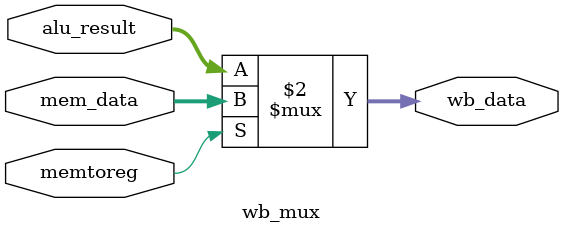
<source format=v>
`timescale 1ns/1ps
(* keep_hierarchy = "yes" *)
module cpu_top (
  input wire clk,
  input wire rst,
output wire [31:0] dbg_pc,
output wire [31:0] dbg_instr,
output wire [31:0] dbg_alu,
output wire [31:0] dbg_wb,
output wire [4:0]  dbg_wb_rd,
output wire        dbg_wb_we,
output wire        dbg_memread,
output wire        dbg_memwrite,
output wire [31:0] dbg_mem_addr

);

  /* IF */
  wire [31:0] if_pc, if_pc4, if_instr, pc_next;
  wire if_stall, if_flush;
// Register specifiers
wire [4:0] id_rs;
wire [4:0] id_rt;
wire [4:0] id_rd;
// ID stage data
wire [31:0] id_rs_data;
wire [31:0] id_rt_data;
wire [31:0] id_imm;
// Register file read data
wire [31:0] rf_rs_data;
wire [31:0] rf_rt_data;

  /* ID */
  wire [31:0] id_pc4, id_instr;
  wire id_branch_taken;

  wire ctrl_regwrite, ctrl_memread, ctrl_memwrite;
  wire ctrl_memtoreg, ctrl_alusrc, ctrl_branch, ctrl_regdst;
  wire [3:0] ctrl_aluop;

  /* EX */
  wire ex_regwrite, ex_memread, ex_memwrite, ex_memtoreg;
  wire ex_alusrc, ex_regdst;
  wire [3:0] ex_aluop;
  wire [31:0] ex_rs_data, ex_rt_data, ex_imm;
  wire [4:0] ex_rs, ex_rt, ex_rd;

  wire [1:0] fwd_a, fwd_b;
  wire [31:0] alu_in1, alu_in2, alu_b_pre;
  wire [31:0] alu_result;
  wire alu_zero;
  wire [4:0] write_reg_ex;

  /* MEM */
  wire mem_regwrite, mem_memread, mem_memwrite, mem_memtoreg;
  wire [31:0] mem_alu_result, mem_rt_data, mem_read_data;
  wire [4:0] mem_rd;
  // Correct forwarding data from MEM stage
  wire [31:0] mem_forward_data;
  assign mem_forward_data =
      mem_memtoreg ? mem_read_data : mem_alu_result;

  /* WB */
  wire wb_regwrite, wb_memtoreg;
  wire [31:0] wb_alu_result, wb_read_data, wb_data;
  wire [4:0] wb_rd;

  /* PC logic */
  assign pc_next = id_branch_taken ? (id_pc4 + id_imm) : if_pc4;
  assign if_flush = id_branch_taken;
assign id_rs_data = rf_rs_data;
assign id_rt_data = rf_rt_data;
assign dbg_pc       = if_pc;
assign dbg_instr    = if_instr;

assign dbg_alu      = alu_result;

assign dbg_wb       = wb_data;
assign dbg_wb_rd    = wb_rd;
assign dbg_wb_we    = wb_regwrite;

assign dbg_memread  = mem_memread;
assign dbg_memwrite = mem_memwrite;
assign dbg_mem_addr = mem_alu_result;
(* keep *) wire [31:0] if_pc;
(* keep *) wire [31:0] if_instr;
(* keep *) wire [31:0] alu_result;
(* keep *) wire [31:0] wb_data;
(* keep *) wire [31:0] mem_alu_result;
(* keep *) wire        mem_memread;
(* keep *) wire        mem_memwrite;


  /* IF */
  if_stage IF (
    .clk(clk), .rst(rst),
    .stall(if_stall),
    .flush(if_flush),
    .pc_next(pc_next),
    .pc(if_pc),
    .pc4(if_pc4),
    .instr(if_instr)
  );

  if_id_reg IF_ID (
    .clk(clk), .rst(rst),
    .stall(if_stall),
    .flush(if_flush),
    .i_pc4(if_pc4),
    .i_instr(if_instr),
    .o_pc4(id_pc4),
    .o_instr(id_instr)
  );
regfile RF (
  .clk(clk),
  .rst(rst),
  .rs(id_rs),
  .rt(id_rt),
  .rd(wb_rd),
  .wd(wb_data),
  .we(wb_regwrite),
  .rs_data(rf_rs_data),
  .rt_data(rf_rt_data)
);



  /* ID */
id_stage ID (
  .instr(id_instr),
  .rs_data(id_rs_data),
  .rt_data(id_rt_data),
  .imm(id_imm),
  .branch_taken(id_branch_taken),

  .ctrl_regwrite(ctrl_regwrite),
  .ctrl_memread(ctrl_memread),
  .ctrl_memwrite(ctrl_memwrite),
  .ctrl_memtoreg(ctrl_memtoreg),
  .ctrl_alusrc(ctrl_alusrc),
  .ctrl_branch(ctrl_branch),
  .ctrl_regdst(ctrl_regdst),
  .ctrl_aluop(ctrl_aluop),

  .rs(id_rs),
  .rt(id_rt),
  .rd(id_rd)
);




hazard_unit HAZ (
  .id_ex_memread(ex_memread),
  .id_ex_regwrite(ex_regwrite),  // ✅
  .id_ex_rt(ex_rt),
  .if_id_rs(id_rs),
  .if_id_rt(id_rt),
  .stall(if_stall)
);


  id_ex_reg ID_EX (
    .clk(clk), .rst(rst), .stall(if_stall),
    .ctrl_regwrite(ctrl_regwrite),
    .ctrl_memread(ctrl_memread),
    .ctrl_memwrite(ctrl_memwrite),
    .ctrl_memtoreg(ctrl_memtoreg),
    .ctrl_alusrc(ctrl_alusrc),
    .ctrl_regdst(ctrl_regdst),
    .ctrl_aluop(ctrl_aluop),
    .rs_data(id_rs_data),
    .rt_data(id_rt_data),
    .imm(id_imm),
    .rs(id_rs), .rt(id_rt), .rd(id_rd),
    .ex_regwrite(ex_regwrite),
    .ex_memread(ex_memread),
    .ex_memwrite(ex_memwrite),
    .ex_memtoreg(ex_memtoreg),
    .ex_alusrc(ex_alusrc),
    .ex_regdst(ex_regdst),
    .ex_aluop(ex_aluop),
    .ex_rs_data(ex_rs_data),
    .ex_rt_data(ex_rt_data),
    .ex_imm(ex_imm),
    .ex_rs(ex_rs),
    .ex_rt(ex_rt),
    .ex_rd(ex_rd)
  );

  /* Forwarding */
  forwarding_unit FU (
    .ex_mem_regwrite(mem_regwrite),
    .mem_wb_regwrite(wb_regwrite),
    .ex_mem_rd(mem_rd),
    .mem_wb_rd(wb_rd),
    .id_ex_rs(ex_rs),
    .id_ex_rt(ex_rt),
    .forward_a(fwd_a),
    .forward_b(fwd_b)
  );

  assign alu_in1 =
    (fwd_a == 2'b10) ? mem_forward_data :
    (fwd_a == 2'b01) ? wb_data :
                       ex_rs_data;
//wire [31:0] store_data;
  assign alu_b_pre =
    (fwd_b == 2'b10) ? mem_forward_data :
    (fwd_b == 2'b01) ? wb_data :
                       ex_rt_data;


  assign alu_in2 = ex_alusrc ? ex_imm : alu_b_pre;

  alu ALU (.a(alu_in1), .b(alu_in2), .alu_ctrl(ex_aluop),
              .result(alu_result), .zero(alu_zero));

  assign write_reg_ex = ex_regdst ? ex_rd : ex_rt;

  ex_mem_reg EX_MEM (
    .clk(clk), .rst(rst),
    .ex_regwrite(ex_regwrite),
    .ex_memread(ex_memread),
    .ex_memwrite(ex_memwrite),
    .ex_memtoreg(ex_memtoreg),
    .alu_result(alu_result),
    .rt_data(alu_b_pre),
    .rd_in(write_reg_ex),
    .mem_regwrite(mem_regwrite),
    .mem_memread(mem_memread),
    .mem_memwrite(mem_memwrite),
    .mem_memtoreg(mem_memtoreg),
    .mem_alu_result(mem_alu_result),
    .mem_rt_data(mem_rt_data),
    .mem_rd(mem_rd)
  );

  data_mem DM (
    .clk(clk),
    .memread(mem_memread),
    .memwrite(mem_memwrite),
    .addr(mem_alu_result),
    .write_data(mem_rt_data),
    .read_data(mem_read_data)
  );

  mem_wb_reg MEM_WB (
    .clk(clk), .rst(rst),
    .mem_regwrite(mem_regwrite),
    .mem_memtoreg(mem_memtoreg),
    .mem_alu_result(mem_alu_result),
    .mem_read_data(mem_read_data),
    .mem_rd(mem_rd),
    .wb_regwrite(wb_regwrite),
    .wb_memtoreg(wb_memtoreg),
    .wb_alu_result(wb_alu_result),
    .wb_read_data(wb_read_data),
    .wb_rd(wb_rd)
  );

  wb_mux WB (
    .alu_result(wb_alu_result),
    .mem_data(wb_read_data),
    .memtoreg(wb_memtoreg),
    .wb_data(wb_data)
  );


endmodule
module data_mem (
  input  wire clk,
  input  wire memread,
  input  wire memwrite,
  input  wire [31:0] addr,
  input  wire [31:0] write_data,
  output reg  [31:0] read_data
);

reg [31:0] mem [0:1023];

// WRITE : synchronous
always @(posedge clk) begin
  if (memwrite)
    mem[addr[11:2]] <= write_data;
end

// READ : combinational
always @(*) begin
  if (memread)
    read_data = mem[addr[11:2]];
  else
    read_data = 32'd0;
end
initial begin
  mem[0] = 32'd7;   // memory[0] = 7
end

endmodule

module ex_mem_reg (
  input  wire clk,
  input  wire rst,

  input  wire ex_regwrite,
  input  wire ex_memread,
  input  wire ex_memwrite,
  input  wire ex_memtoreg,

  input  wire [31:0] alu_result,
  input  wire [31:0] rt_data,
  input  wire [4:0]  rd_in,

  output reg  mem_regwrite,
  output reg  mem_memread,
  output reg  mem_memwrite,
  output reg  mem_memtoreg,
  output reg  [31:0] mem_alu_result,
  output reg  [31:0] mem_rt_data,
  output reg  [4:0]  mem_rd
);

always @(posedge clk or posedge rst) begin
  if (rst) begin
    mem_regwrite   <= 0;
    mem_memread    <= 0;
    mem_memwrite   <= 0;
    mem_memtoreg   <= 0;
    mem_alu_result <= 0;
    mem_rt_data    <= 0;
    mem_rd         <= 0;
  end else begin
    mem_regwrite   <= ex_regwrite;
    mem_memread    <= ex_memread;
    mem_memwrite   <= ex_memwrite;
    mem_memtoreg   <= ex_memtoreg;
    mem_alu_result <= alu_result;
    mem_rt_data    <= rt_data;
    mem_rd         <= rd_in;
  end
end

endmodule
module forwarding_unit (
  input  wire ex_mem_regwrite,
  input  wire mem_wb_regwrite,
  input  wire [4:0] ex_mem_rd,
  input  wire [4:0] mem_wb_rd,
  input  wire [4:0] id_ex_rs,
  input  wire [4:0] id_ex_rt,
  output reg  [1:0] forward_a,
  output reg  [1:0] forward_b
);

always @(*) begin
  forward_a = 2'b00;
  forward_b = 2'b00;

  /* EX hazard */
  if (ex_mem_regwrite && (ex_mem_rd != 0) && (ex_mem_rd == id_ex_rs))
    forward_a = 2'b10;

  if (ex_mem_regwrite && (ex_mem_rd != 0) && (ex_mem_rd == id_ex_rt))
    forward_b = 2'b10;

  /* MEM hazard */
  if (mem_wb_regwrite && (mem_wb_rd != 0) &&
     !(ex_mem_regwrite && (ex_mem_rd != 0) && (ex_mem_rd == id_ex_rs)) &&
      (mem_wb_rd == id_ex_rs))
    forward_a = 2'b01;

  if (mem_wb_regwrite && (mem_wb_rd != 0) &&
     !(ex_mem_regwrite && (ex_mem_rd != 0) && (ex_mem_rd == id_ex_rt)) &&
      (mem_wb_rd == id_ex_rt))
    forward_b = 2'b01;
end

endmodule
module hazard_unit (
  input  wire id_ex_memread,
  input  wire id_ex_regwrite,   // from ID/EX
  input  wire [4:0] id_ex_rt,
  input  wire [4:0] if_id_rs,
  input  wire [4:0] if_id_rt,
  output reg  stall
);

always @(*) begin
  stall = 0;

  if (
      id_ex_memread &&
      (id_ex_rt != 0) &&
      ((id_ex_rt == if_id_rs) || (id_ex_rt == if_id_rt))
     )
    stall = 1;
end

endmodule
module id_ex_reg (
  input wire clk,
  input wire rst,
  input wire stall,

  input wire ctrl_regwrite,
  input wire ctrl_memread,
  input wire ctrl_memwrite,
  input wire ctrl_memtoreg,
  input wire ctrl_alusrc,
  input wire ctrl_regdst,
  input wire [3:0] ctrl_aluop,

  input wire [31:0] rs_data,
  input wire [31:0] rt_data,
  input wire [31:0] imm,
  input wire [4:0] rs,
  input wire [4:0] rt,
  input wire [4:0] rd,

  output reg ex_regwrite,
  output reg ex_memread,
  output reg ex_memwrite,
  output reg ex_memtoreg,
  output reg ex_alusrc,
  output reg ex_regdst,
  output reg [3:0] ex_aluop,

  output reg [31:0] ex_rs_data,
  output reg [31:0] ex_rt_data,
  output reg [31:0] ex_imm,
  output reg [4:0] ex_rs,
  output reg [4:0] ex_rt,
  output reg [4:0] ex_rd
);

always @(posedge clk or posedge rst) begin
  if (rst) begin
    ex_regwrite <= 0;
    ex_memread  <= 0;
    ex_memwrite <= 0;
    ex_memtoreg <= 0;
    ex_alusrc   <= 0;
    ex_regdst   <= 0;
    ex_aluop    <= 0;
    ex_rs_data  <= 0;
    ex_rt_data  <= 0;
    ex_imm      <= 0;
    ex_rs       <= 0;
    ex_rt       <= 0;
    ex_rd       <= 0;
  end else if (stall) begin
  ex_regwrite <= 0;
  ex_memread  <= 0;
  ex_memwrite <= 0;
  ex_memtoreg <= 0;
  ex_alusrc   <= 0;
  ex_regdst   <= 0;
  ex_aluop    <= 4'b0000;

  end else begin
    ex_regwrite <= ctrl_regwrite;
    ex_memread  <= ctrl_memread;
    ex_memwrite <= ctrl_memwrite;
    ex_memtoreg <= ctrl_memtoreg;
    ex_alusrc   <= ctrl_alusrc;
    ex_regdst   <= ctrl_regdst;
    ex_aluop    <= ctrl_aluop;
    ex_rs_data  <= rs_data;
    ex_rt_data  <= rt_data;
    ex_imm      <= imm;
    ex_rs       <= rs;
    ex_rt       <= rt;
    ex_rd       <= rd;
  end
end

endmodule
module id_stage (
  input  wire [31:0] instr,
  input  wire [31:0] rs_data,
  input  wire [31:0] rt_data,

  output wire [31:0] imm,
  output wire branch_taken,

  output wire ctrl_regwrite,
  output wire ctrl_memread,
  output wire ctrl_memwrite,
  output wire ctrl_memtoreg,
  output wire ctrl_alusrc,
  output wire ctrl_branch,
  output wire ctrl_regdst,
  output wire [3:0] ctrl_aluop,

  output wire [4:0] rs,
  output wire [4:0] rt,
  output wire [4:0] rd
);

assign rs = instr[25:21];
assign rt = instr[20:16];
assign rd = instr[15:11];

wire [5:0] opcode = instr[31:26];
wire [5:0] funct  = instr[5:0];

control_unit CU (
  .opcode(opcode),
  .funct(funct),
  .ctrl_regwrite(ctrl_regwrite),
  .ctrl_memread(ctrl_memread),
  .ctrl_memwrite(ctrl_memwrite),
  .ctrl_memtoreg(ctrl_memtoreg),
  .ctrl_alusrc(ctrl_alusrc),
  .ctrl_branch(ctrl_branch),
  .ctrl_regdst(ctrl_regdst),
  .ctrl_aluop(ctrl_aluop)
);

imm_gen IMM (
  .instr(instr),
  .imm(imm)
);

branch_unit BU (
  .rs_data(rs_data),
  .rt_data(rt_data),
  .is_branch(ctrl_branch),
  .taken(branch_taken)
);

endmodule
module if_id_reg (
  input  wire clk,
  input  wire rst,
  input  wire stall,
  input  wire flush,
  input  wire [31:0] i_pc4,
  input  wire [31:0] i_instr,
  output reg  [31:0] o_pc4,
  output reg  [31:0] o_instr
);

always @(posedge clk or posedge rst) begin
  if (rst) begin
    o_pc4   <= 32'd0;
    o_instr <= 32'd0;
  end else if (!stall) begin
    o_pc4   <= i_pc4;
    o_instr <= flush ? 32'd0 : i_instr;
  end
end

endmodule
module if_stage (
  input  wire clk,
  input  wire rst,
  input  wire stall,
  input  wire flush,
  input  wire [31:0] pc_next,
  output wire [31:0] pc,
  output wire [31:0] pc4,
  output wire [31:0] instr
);

  pc PC (
    .clk(clk),
    .rst(rst),
    .stall(stall),
    .pc_next(pc_next),
    .pc(pc)
  );

  assign pc4 = pc + 32'd4;

  instr_mem IMEM (
    .clk(clk),
    .addr(pc),
    .instr(instr)
  );

endmodule
module imm_gen (
  input  wire [31:0] instr,
  output reg  [31:0] imm
);

wire [5:0] opcode = instr[31:26];

always @(*) begin
  case (opcode)
    6'b001000,
    6'b100011,
    6'b101011:
      imm = {{16{instr[15]}}, instr[15:0]};

    6'b000100:
      imm = {{14{instr[15]}}, instr[15:0], 2'b00};

    default:
      imm = 32'd0;
  endcase
end

endmodule
module instr_mem (
  input  wire clk,
  input  wire [31:0] addr,
  output reg  [31:0] instr
);

reg [31:0] mem [0:1023];
initial begin
  // ===== STAGE 2.4 : LOAD-USE HAZARD =====
  // Assume data memory at address 0 contains 7

  // lw  r1, 0(r0)
  mem[0] = 32'b100011_00000_00001_0000000000000000;

  // add r2, r1, r1   ; must STALL
  mem[1] = 32'b000000_00001_00001_00010_00000_100000;

  // nop
  mem[2] = 32'b000000_00000_00000_00000_00000_000000;
end

always @(posedge clk)
  instr <= mem[addr[11:2]];  // word aligned

endmodule
module mem_wb_reg (
  input  wire clk,
  input  wire rst,

  input  wire mem_regwrite,
  input  wire mem_memtoreg,
  input  wire [31:0] mem_alu_result,
  input  wire [31:0] mem_read_data,
  input  wire [4:0]  mem_rd,

  output reg  wb_regwrite,
  output reg  wb_memtoreg,
  output reg  [31:0] wb_alu_result,
  output reg  [31:0] wb_read_data,
  output reg  [4:0]  wb_rd
);

always @(posedge clk or posedge rst) begin
  if (rst) begin
    wb_regwrite   <= 0;
    wb_memtoreg   <= 0;
    wb_alu_result <= 0;
    wb_read_data  <= 0;
    wb_rd         <= 0;
  end else begin
    wb_regwrite   <= mem_regwrite;
    wb_memtoreg   <= mem_memtoreg;
    wb_alu_result <= mem_alu_result;
    wb_read_data  <= mem_read_data;
    wb_rd         <= mem_rd;
  end
end

endmodule
module mux2 #(
  parameter WIDTH = 32
)(
  input  wire [WIDTH-1:0] a,
  input  wire [WIDTH-1:0] b,
  input  wire sel,
  output wire [WIDTH-1:0] y
);

assign y = sel ? b : a;

endmodule
module mux3 #(
  parameter WIDTH = 32
)(
  input  wire [WIDTH-1:0] a,
  input  wire [WIDTH-1:0] b,
  input  wire [WIDTH-1:0] c,
  input  wire [1:0] sel,
  output wire [WIDTH-1:0] y
);

assign y = (sel == 2'b00) ? a :
           (sel == 2'b01) ? b :
           (sel == 2'b10) ? c : a;

endmodule
module pc (
  input  wire clk,
  input  wire rst,
  input  wire stall,
  input  wire [31:0] pc_next,
  output reg  [31:0] pc
);

always @(posedge clk or posedge rst) begin
  if (rst)
    pc <= 32'd0;
  else if (!stall)
    pc <= pc_next;
end

endmodule
module regfile (
  input  wire clk,
  input  wire rst,
  input  wire [4:0] rs,
  input  wire [4:0] rt,
  input  wire [4:0] rd,
  input  wire [31:0] wd,
  input  wire we,
  output reg  [31:0] rs_data,
  output reg  [31:0] rt_data
);

reg [31:0] regs [0:31];
integer i;

always @(*) begin
  rs_data = (rs != 0) ? regs[rs] : 32'd0;
  rt_data = (rt != 0) ? regs[rt] : 32'd0;
end

always @(posedge clk) begin
  if (rst)
    for (i=0;i<32;i=i+1) regs[i] <= 32'd0;
  else if (we && rd != 0)
    regs[rd] <= wd;
end

endmodule
module control_unit (
  input  wire [5:0] opcode,
  input  wire [5:0] funct,

  output reg ctrl_regwrite,
  output reg ctrl_memread,
  output reg ctrl_memwrite,
  output reg ctrl_memtoreg,
  output reg ctrl_alusrc,
  output reg ctrl_branch,
  output reg ctrl_regdst,
  output reg [3:0] ctrl_aluop
);

localparam OP_RTYPE = 6'b000000;
localparam OP_LW    = 6'b100011;
localparam OP_SW    = 6'b101011;
localparam OP_BEQ   = 6'b000100;
localparam OP_ADDI  = 6'b001000;

always @(*) begin
  ctrl_regwrite = 0;
  ctrl_memread  = 0;
  ctrl_memwrite = 0;
  ctrl_memtoreg = 0;
  ctrl_alusrc   = 0;
  ctrl_branch   = 0;
  ctrl_regdst   = 0;
  ctrl_aluop    = 4'b0000;

  case (opcode)
    OP_RTYPE: begin
      ctrl_regwrite = 1;
      ctrl_regdst   = 1;
      case (funct)
        6'b100000: ctrl_aluop = 4'b0000; // ADD
        6'b100010: ctrl_aluop = 4'b0001; // SUB
        6'b100100: ctrl_aluop = 4'b0010; // AND
        6'b100101: ctrl_aluop = 4'b0011; // OR
        6'b101010: ctrl_aluop = 4'b0100; // SLT
        default:   ctrl_aluop = 4'b0000;
      endcase
    end

    OP_LW: begin
      ctrl_regwrite = 1;
      ctrl_memread  = 1;
      ctrl_memtoreg = 1;
      ctrl_alusrc   = 1;
    end

    OP_SW: begin
      ctrl_memwrite = 1;
      ctrl_alusrc   = 1;
    end

    OP_BEQ: begin
      ctrl_branch = 1;
      ctrl_aluop  = 4'b0001;
    end

    OP_ADDI: begin
      ctrl_regwrite = 1;
      ctrl_alusrc   = 1;
      ctrl_aluop    = 4'b0000;
    end
  endcase
end

endmodule
module branch_unit (
  input  wire [31:0] rs_data,
  input  wire [31:0] rt_data,
  input  wire is_branch,
  output wire taken
);

assign taken = is_branch && (rs_data == rt_data);

endmodule
module alu (
  input  wire [31:0] a,
  input  wire [31:0] b,
  input  wire [3:0]  alu_ctrl,
  output reg  [31:0] result,
  output wire zero
);

assign zero = (result == 32'd0);

always @(*) begin
  result = 32'd0;
  case (alu_ctrl)
    4'b0000: result = a + b;               // ADD
    4'b0001: result = a - b;               // SUB
    4'b0010: result = a & b;               // AND
    4'b0011: result = a | b;               // OR
    4'b0100: result = (a < b) ? 32'd1 : 0; // SLT
    default: result = 32'd0;
  endcase
end

endmodule
module wb_mux (
  input  wire [31:0] alu_result,
  input  wire [31:0] mem_data,
  input  wire memtoreg,
  output wire [31:0] wb_data
);

assign wb_data = memtoreg ? mem_data : alu_result;

endmodule

</source>
